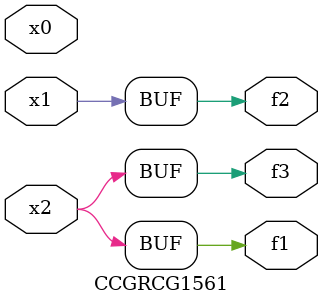
<source format=v>
module CCGRCG1561(
	input x0, x1, x2,
	output f1, f2, f3
);
	assign f1 = x2;
	assign f2 = x1;
	assign f3 = x2;
endmodule

</source>
